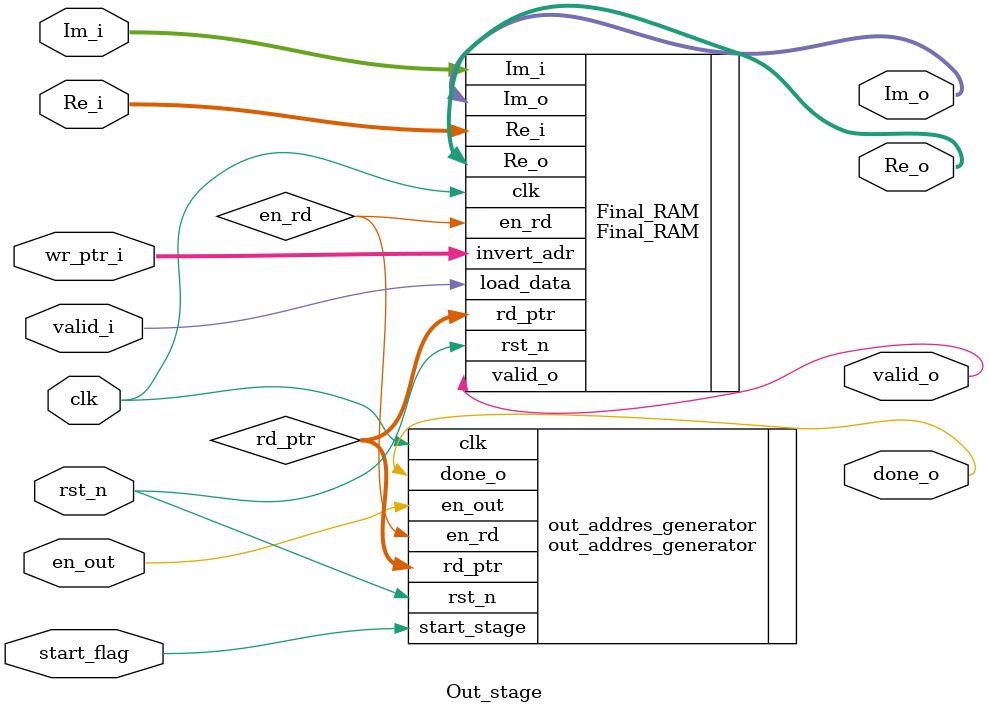
<source format=v>

`define  MODIFY_FFT               // Применение модифицированного алгоритма БПФ. Закомментируйте эту строку, чтобы применить классический алгоритм БПФ 
`include "config_FFT.svh"

module Out_stage #(parameter  t_1_bit =5207, bit_width=24, N = 16, SIZE = 4) 
(
    input                            clk,rst_n,
    input                            start_flag,

    input                            valid_i,
    input    signed  [bit_width-1:0] Re_i,
    input    signed  [bit_width-1:0] Im_i,
    input            [SIZE-1:     0] wr_ptr_i,
    
    input                            en_out, 

    output   signed  [bit_width-1:0] Re_o ,
    output   signed  [bit_width-1:0] Im_o, 

    output                           valid_o, 
    output                           done_o
);

 
    wire                         en_rd;

    wire         [SIZE-1:     0] rd_ptr;

//--------------------------------------------------------------------------

       
    out_addres_generator #(  .t_1_bit(t_1_bit),.N(N), .SIZE(SIZE))out_addres_generator(
    .clk(clk),
    .rst_n(rst_n), 
    .start_stage(start_flag),
    .en_out(en_out),
    
    .rd_ptr(rd_ptr),
    .en_rd(en_rd),
    .done_o(done_o)
 );


//--------------------------------------------------------------------------------------
    Final_RAM  #( .bit_width(bit_width), .N(N),.SIZE(SIZE)) Final_RAM(
     .clk(clk),
     .rst_n(rst_n),

     .load_data(valid_i),
     .invert_adr(wr_ptr_i),
     .Re_i(Re_i),
     .Im_i(Im_i),

     .rd_ptr (rd_ptr),
     .en_rd (en_rd),

     .Re_o(Re_o),
     .Im_o(Im_o),

     .valid_o(valid_o)
 );

endmodule
</source>
